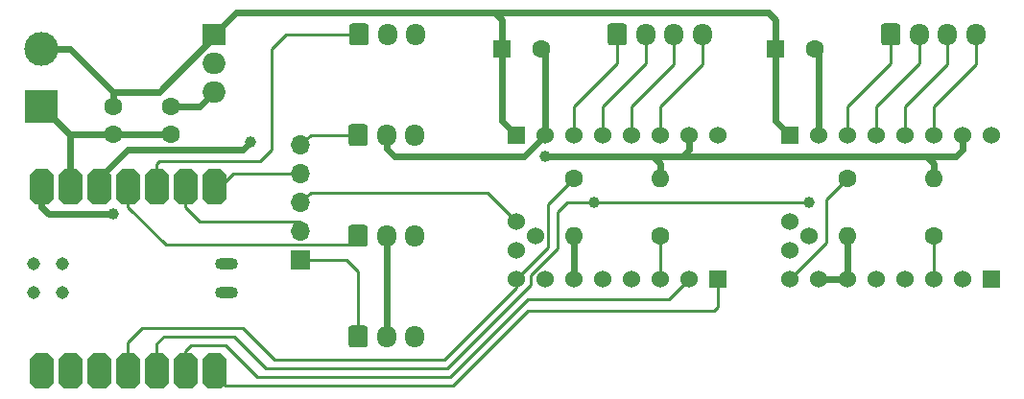
<source format=gtl>
G04 #@! TF.GenerationSoftware,KiCad,Pcbnew,(5.1.9)-1*
G04 #@! TF.CreationDate,2021-06-01T17:53:28+02:00*
G04 #@! TF.ProjectId,ercf-ez-board,65726366-2d65-47a2-9d62-6f6172642e6b,rev?*
G04 #@! TF.SameCoordinates,Original*
G04 #@! TF.FileFunction,Copper,L1,Top*
G04 #@! TF.FilePolarity,Positive*
%FSLAX46Y46*%
G04 Gerber Fmt 4.6, Leading zero omitted, Abs format (unit mm)*
G04 Created by KiCad (PCBNEW (5.1.9)-1) date 2021-06-01 17:53:28*
%MOMM*%
%LPD*%
G01*
G04 APERTURE LIST*
G04 #@! TA.AperFunction,ComponentPad*
%ADD10C,0.100000*%
G04 #@! TD*
G04 #@! TA.AperFunction,SMDPad,CuDef*
%ADD11C,1.143000*%
G04 #@! TD*
G04 #@! TA.AperFunction,SMDPad,CuDef*
%ADD12O,2.032000X1.016000*%
G04 #@! TD*
G04 #@! TA.AperFunction,ComponentPad*
%ADD13O,1.700000X1.700000*%
G04 #@! TD*
G04 #@! TA.AperFunction,ComponentPad*
%ADD14R,1.700000X1.700000*%
G04 #@! TD*
G04 #@! TA.AperFunction,ComponentPad*
%ADD15C,3.000000*%
G04 #@! TD*
G04 #@! TA.AperFunction,ComponentPad*
%ADD16R,3.000000X3.000000*%
G04 #@! TD*
G04 #@! TA.AperFunction,ComponentPad*
%ADD17R,1.524000X1.524000*%
G04 #@! TD*
G04 #@! TA.AperFunction,ComponentPad*
%ADD18C,1.524000*%
G04 #@! TD*
G04 #@! TA.AperFunction,ComponentPad*
%ADD19O,1.700000X1.950000*%
G04 #@! TD*
G04 #@! TA.AperFunction,ComponentPad*
%ADD20C,1.600000*%
G04 #@! TD*
G04 #@! TA.AperFunction,ComponentPad*
%ADD21O,2.000000X1.905000*%
G04 #@! TD*
G04 #@! TA.AperFunction,ComponentPad*
%ADD22R,2.000000X1.905000*%
G04 #@! TD*
G04 #@! TA.AperFunction,ComponentPad*
%ADD23O,1.600000X1.600000*%
G04 #@! TD*
G04 #@! TA.AperFunction,ComponentPad*
%ADD24R,1.600000X1.600000*%
G04 #@! TD*
G04 #@! TA.AperFunction,ViaPad*
%ADD25C,1.000000*%
G04 #@! TD*
G04 #@! TA.AperFunction,Conductor*
%ADD26C,0.600000*%
G04 #@! TD*
G04 #@! TA.AperFunction,Conductor*
%ADD27C,0.250000*%
G04 #@! TD*
G04 APERTURE END LIST*
G04 #@! TA.AperFunction,ComponentPad*
D10*
G36*
X80214961Y-124196245D02*
G01*
X80217806Y-124186866D01*
X80222427Y-124178221D01*
X80228645Y-124170645D01*
X80736645Y-123662645D01*
X80744221Y-123656427D01*
X80752866Y-123651806D01*
X80762245Y-123648961D01*
X80772000Y-123648000D01*
X81788000Y-123648000D01*
X81797755Y-123648961D01*
X81807134Y-123651806D01*
X81815779Y-123656427D01*
X81823355Y-123662645D01*
X82331355Y-124170645D01*
X82337573Y-124178221D01*
X82342194Y-124186866D01*
X82345039Y-124196245D01*
X82346000Y-124206000D01*
X82346000Y-126238000D01*
X82345039Y-126247755D01*
X82342194Y-126257134D01*
X82337573Y-126265779D01*
X82331355Y-126273355D01*
X81823355Y-126781355D01*
X81815779Y-126787573D01*
X81807134Y-126792194D01*
X81797755Y-126795039D01*
X81788000Y-126796000D01*
X80772000Y-126796000D01*
X80762245Y-126795039D01*
X80752866Y-126792194D01*
X80744221Y-126787573D01*
X80736645Y-126781355D01*
X80228645Y-126273355D01*
X80222427Y-126265779D01*
X80217806Y-126257134D01*
X80214961Y-126247755D01*
X80214000Y-126238000D01*
X80214000Y-124206000D01*
X80214961Y-124196245D01*
G37*
G04 #@! TD.AperFunction*
G04 #@! TA.AperFunction,ComponentPad*
G36*
X85294961Y-124196245D02*
G01*
X85297806Y-124186866D01*
X85302427Y-124178221D01*
X85308645Y-124170645D01*
X85816645Y-123662645D01*
X85824221Y-123656427D01*
X85832866Y-123651806D01*
X85842245Y-123648961D01*
X85852000Y-123648000D01*
X86868000Y-123648000D01*
X86877755Y-123648961D01*
X86887134Y-123651806D01*
X86895779Y-123656427D01*
X86903355Y-123662645D01*
X87411355Y-124170645D01*
X87417573Y-124178221D01*
X87422194Y-124186866D01*
X87425039Y-124196245D01*
X87426000Y-124206000D01*
X87426000Y-126238000D01*
X87425039Y-126247755D01*
X87422194Y-126257134D01*
X87417573Y-126265779D01*
X87411355Y-126273355D01*
X86903355Y-126781355D01*
X86895779Y-126787573D01*
X86887134Y-126792194D01*
X86877755Y-126795039D01*
X86868000Y-126796000D01*
X85852000Y-126796000D01*
X85842245Y-126795039D01*
X85832866Y-126792194D01*
X85824221Y-126787573D01*
X85816645Y-126781355D01*
X85308645Y-126273355D01*
X85302427Y-126265779D01*
X85297806Y-126257134D01*
X85294961Y-126247755D01*
X85294000Y-126238000D01*
X85294000Y-124206000D01*
X85294961Y-124196245D01*
G37*
G04 #@! TD.AperFunction*
G04 #@! TA.AperFunction,ComponentPad*
G36*
X82754961Y-124196245D02*
G01*
X82757806Y-124186866D01*
X82762427Y-124178221D01*
X82768645Y-124170645D01*
X83276645Y-123662645D01*
X83284221Y-123656427D01*
X83292866Y-123651806D01*
X83302245Y-123648961D01*
X83312000Y-123648000D01*
X84328000Y-123648000D01*
X84337755Y-123648961D01*
X84347134Y-123651806D01*
X84355779Y-123656427D01*
X84363355Y-123662645D01*
X84871355Y-124170645D01*
X84877573Y-124178221D01*
X84882194Y-124186866D01*
X84885039Y-124196245D01*
X84886000Y-124206000D01*
X84886000Y-126238000D01*
X84885039Y-126247755D01*
X84882194Y-126257134D01*
X84877573Y-126265779D01*
X84871355Y-126273355D01*
X84363355Y-126781355D01*
X84355779Y-126787573D01*
X84347134Y-126792194D01*
X84337755Y-126795039D01*
X84328000Y-126796000D01*
X83312000Y-126796000D01*
X83302245Y-126795039D01*
X83292866Y-126792194D01*
X83284221Y-126787573D01*
X83276645Y-126781355D01*
X82768645Y-126273355D01*
X82762427Y-126265779D01*
X82757806Y-126257134D01*
X82754961Y-126247755D01*
X82754000Y-126238000D01*
X82754000Y-124206000D01*
X82754961Y-124196245D01*
G37*
G04 #@! TD.AperFunction*
G04 #@! TA.AperFunction,ComponentPad*
G36*
X87834961Y-124196245D02*
G01*
X87837806Y-124186866D01*
X87842427Y-124178221D01*
X87848645Y-124170645D01*
X88356645Y-123662645D01*
X88364221Y-123656427D01*
X88372866Y-123651806D01*
X88382245Y-123648961D01*
X88392000Y-123648000D01*
X89408000Y-123648000D01*
X89417755Y-123648961D01*
X89427134Y-123651806D01*
X89435779Y-123656427D01*
X89443355Y-123662645D01*
X89951355Y-124170645D01*
X89957573Y-124178221D01*
X89962194Y-124186866D01*
X89965039Y-124196245D01*
X89966000Y-124206000D01*
X89966000Y-126238000D01*
X89965039Y-126247755D01*
X89962194Y-126257134D01*
X89957573Y-126265779D01*
X89951355Y-126273355D01*
X89443355Y-126781355D01*
X89435779Y-126787573D01*
X89427134Y-126792194D01*
X89417755Y-126795039D01*
X89408000Y-126796000D01*
X88392000Y-126796000D01*
X88382245Y-126795039D01*
X88372866Y-126792194D01*
X88364221Y-126787573D01*
X88356645Y-126781355D01*
X87848645Y-126273355D01*
X87842427Y-126265779D01*
X87837806Y-126257134D01*
X87834961Y-126247755D01*
X87834000Y-126238000D01*
X87834000Y-124206000D01*
X87834961Y-124196245D01*
G37*
G04 #@! TD.AperFunction*
G04 #@! TA.AperFunction,ComponentPad*
G36*
X95454961Y-124196245D02*
G01*
X95457806Y-124186866D01*
X95462427Y-124178221D01*
X95468645Y-124170645D01*
X95976645Y-123662645D01*
X95984221Y-123656427D01*
X95992866Y-123651806D01*
X96002245Y-123648961D01*
X96012000Y-123648000D01*
X97028000Y-123648000D01*
X97037755Y-123648961D01*
X97047134Y-123651806D01*
X97055779Y-123656427D01*
X97063355Y-123662645D01*
X97571355Y-124170645D01*
X97577573Y-124178221D01*
X97582194Y-124186866D01*
X97585039Y-124196245D01*
X97586000Y-124206000D01*
X97586000Y-126238000D01*
X97585039Y-126247755D01*
X97582194Y-126257134D01*
X97577573Y-126265779D01*
X97571355Y-126273355D01*
X97063355Y-126781355D01*
X97055779Y-126787573D01*
X97047134Y-126792194D01*
X97037755Y-126795039D01*
X97028000Y-126796000D01*
X96012000Y-126796000D01*
X96002245Y-126795039D01*
X95992866Y-126792194D01*
X95984221Y-126787573D01*
X95976645Y-126781355D01*
X95468645Y-126273355D01*
X95462427Y-126265779D01*
X95457806Y-126257134D01*
X95454961Y-126247755D01*
X95454000Y-126238000D01*
X95454000Y-124206000D01*
X95454961Y-124196245D01*
G37*
G04 #@! TD.AperFunction*
G04 #@! TA.AperFunction,ComponentPad*
G36*
X92914961Y-124196245D02*
G01*
X92917806Y-124186866D01*
X92922427Y-124178221D01*
X92928645Y-124170645D01*
X93436645Y-123662645D01*
X93444221Y-123656427D01*
X93452866Y-123651806D01*
X93462245Y-123648961D01*
X93472000Y-123648000D01*
X94488000Y-123648000D01*
X94497755Y-123648961D01*
X94507134Y-123651806D01*
X94515779Y-123656427D01*
X94523355Y-123662645D01*
X95031355Y-124170645D01*
X95037573Y-124178221D01*
X95042194Y-124186866D01*
X95045039Y-124196245D01*
X95046000Y-124206000D01*
X95046000Y-126238000D01*
X95045039Y-126247755D01*
X95042194Y-126257134D01*
X95037573Y-126265779D01*
X95031355Y-126273355D01*
X94523355Y-126781355D01*
X94515779Y-126787573D01*
X94507134Y-126792194D01*
X94497755Y-126795039D01*
X94488000Y-126796000D01*
X93472000Y-126796000D01*
X93462245Y-126795039D01*
X93452866Y-126792194D01*
X93444221Y-126787573D01*
X93436645Y-126781355D01*
X92928645Y-126273355D01*
X92922427Y-126265779D01*
X92917806Y-126257134D01*
X92914961Y-126247755D01*
X92914000Y-126238000D01*
X92914000Y-124206000D01*
X92914961Y-124196245D01*
G37*
G04 #@! TD.AperFunction*
G04 #@! TA.AperFunction,ComponentPad*
G36*
X90374961Y-124196245D02*
G01*
X90377806Y-124186866D01*
X90382427Y-124178221D01*
X90388645Y-124170645D01*
X90896645Y-123662645D01*
X90904221Y-123656427D01*
X90912866Y-123651806D01*
X90922245Y-123648961D01*
X90932000Y-123648000D01*
X91948000Y-123648000D01*
X91957755Y-123648961D01*
X91967134Y-123651806D01*
X91975779Y-123656427D01*
X91983355Y-123662645D01*
X92491355Y-124170645D01*
X92497573Y-124178221D01*
X92502194Y-124186866D01*
X92505039Y-124196245D01*
X92506000Y-124206000D01*
X92506000Y-126238000D01*
X92505039Y-126247755D01*
X92502194Y-126257134D01*
X92497573Y-126265779D01*
X92491355Y-126273355D01*
X91983355Y-126781355D01*
X91975779Y-126787573D01*
X91967134Y-126792194D01*
X91957755Y-126795039D01*
X91948000Y-126796000D01*
X90932000Y-126796000D01*
X90922245Y-126795039D01*
X90912866Y-126792194D01*
X90904221Y-126787573D01*
X90896645Y-126781355D01*
X90388645Y-126273355D01*
X90382427Y-126265779D01*
X90377806Y-126257134D01*
X90374961Y-126247755D01*
X90374000Y-126238000D01*
X90374000Y-124206000D01*
X90374961Y-124196245D01*
G37*
G04 #@! TD.AperFunction*
G04 #@! TA.AperFunction,ComponentPad*
G36*
X95454961Y-140452245D02*
G01*
X95457806Y-140442866D01*
X95462427Y-140434221D01*
X95468645Y-140426645D01*
X95976645Y-139918645D01*
X95984221Y-139912427D01*
X95992866Y-139907806D01*
X96002245Y-139904961D01*
X96012000Y-139904000D01*
X97028000Y-139904000D01*
X97037755Y-139904961D01*
X97047134Y-139907806D01*
X97055779Y-139912427D01*
X97063355Y-139918645D01*
X97571355Y-140426645D01*
X97577573Y-140434221D01*
X97582194Y-140442866D01*
X97585039Y-140452245D01*
X97586000Y-140462000D01*
X97586000Y-142494000D01*
X97585039Y-142503755D01*
X97582194Y-142513134D01*
X97577573Y-142521779D01*
X97571355Y-142529355D01*
X97063355Y-143037355D01*
X97055779Y-143043573D01*
X97047134Y-143048194D01*
X97037755Y-143051039D01*
X97028000Y-143052000D01*
X96012000Y-143052000D01*
X96002245Y-143051039D01*
X95992866Y-143048194D01*
X95984221Y-143043573D01*
X95976645Y-143037355D01*
X95468645Y-142529355D01*
X95462427Y-142521779D01*
X95457806Y-142513134D01*
X95454961Y-142503755D01*
X95454000Y-142494000D01*
X95454000Y-140462000D01*
X95454961Y-140452245D01*
G37*
G04 #@! TD.AperFunction*
G04 #@! TA.AperFunction,ComponentPad*
G36*
X92914961Y-140452245D02*
G01*
X92917806Y-140442866D01*
X92922427Y-140434221D01*
X92928645Y-140426645D01*
X93436645Y-139918645D01*
X93444221Y-139912427D01*
X93452866Y-139907806D01*
X93462245Y-139904961D01*
X93472000Y-139904000D01*
X94488000Y-139904000D01*
X94497755Y-139904961D01*
X94507134Y-139907806D01*
X94515779Y-139912427D01*
X94523355Y-139918645D01*
X95031355Y-140426645D01*
X95037573Y-140434221D01*
X95042194Y-140442866D01*
X95045039Y-140452245D01*
X95046000Y-140462000D01*
X95046000Y-142494000D01*
X95045039Y-142503755D01*
X95042194Y-142513134D01*
X95037573Y-142521779D01*
X95031355Y-142529355D01*
X94523355Y-143037355D01*
X94515779Y-143043573D01*
X94507134Y-143048194D01*
X94497755Y-143051039D01*
X94488000Y-143052000D01*
X93472000Y-143052000D01*
X93462245Y-143051039D01*
X93452866Y-143048194D01*
X93444221Y-143043573D01*
X93436645Y-143037355D01*
X92928645Y-142529355D01*
X92922427Y-142521779D01*
X92917806Y-142513134D01*
X92914961Y-142503755D01*
X92914000Y-142494000D01*
X92914000Y-140462000D01*
X92914961Y-140452245D01*
G37*
G04 #@! TD.AperFunction*
G04 #@! TA.AperFunction,ComponentPad*
G36*
X90374961Y-140452245D02*
G01*
X90377806Y-140442866D01*
X90382427Y-140434221D01*
X90388645Y-140426645D01*
X90896645Y-139918645D01*
X90904221Y-139912427D01*
X90912866Y-139907806D01*
X90922245Y-139904961D01*
X90932000Y-139904000D01*
X91948000Y-139904000D01*
X91957755Y-139904961D01*
X91967134Y-139907806D01*
X91975779Y-139912427D01*
X91983355Y-139918645D01*
X92491355Y-140426645D01*
X92497573Y-140434221D01*
X92502194Y-140442866D01*
X92505039Y-140452245D01*
X92506000Y-140462000D01*
X92506000Y-142494000D01*
X92505039Y-142503755D01*
X92502194Y-142513134D01*
X92497573Y-142521779D01*
X92491355Y-142529355D01*
X91983355Y-143037355D01*
X91975779Y-143043573D01*
X91967134Y-143048194D01*
X91957755Y-143051039D01*
X91948000Y-143052000D01*
X90932000Y-143052000D01*
X90922245Y-143051039D01*
X90912866Y-143048194D01*
X90904221Y-143043573D01*
X90896645Y-143037355D01*
X90388645Y-142529355D01*
X90382427Y-142521779D01*
X90377806Y-142513134D01*
X90374961Y-142503755D01*
X90374000Y-142494000D01*
X90374000Y-140462000D01*
X90374961Y-140452245D01*
G37*
G04 #@! TD.AperFunction*
G04 #@! TA.AperFunction,ComponentPad*
G36*
X80214961Y-140452245D02*
G01*
X80217806Y-140442866D01*
X80222427Y-140434221D01*
X80228645Y-140426645D01*
X80736645Y-139918645D01*
X80744221Y-139912427D01*
X80752866Y-139907806D01*
X80762245Y-139904961D01*
X80772000Y-139904000D01*
X81788000Y-139904000D01*
X81797755Y-139904961D01*
X81807134Y-139907806D01*
X81815779Y-139912427D01*
X81823355Y-139918645D01*
X82331355Y-140426645D01*
X82337573Y-140434221D01*
X82342194Y-140442866D01*
X82345039Y-140452245D01*
X82346000Y-140462000D01*
X82346000Y-142494000D01*
X82345039Y-142503755D01*
X82342194Y-142513134D01*
X82337573Y-142521779D01*
X82331355Y-142529355D01*
X81823355Y-143037355D01*
X81815779Y-143043573D01*
X81807134Y-143048194D01*
X81797755Y-143051039D01*
X81788000Y-143052000D01*
X80772000Y-143052000D01*
X80762245Y-143051039D01*
X80752866Y-143048194D01*
X80744221Y-143043573D01*
X80736645Y-143037355D01*
X80228645Y-142529355D01*
X80222427Y-142521779D01*
X80217806Y-142513134D01*
X80214961Y-142503755D01*
X80214000Y-142494000D01*
X80214000Y-140462000D01*
X80214961Y-140452245D01*
G37*
G04 #@! TD.AperFunction*
G04 #@! TA.AperFunction,ComponentPad*
G36*
X82754961Y-140452245D02*
G01*
X82757806Y-140442866D01*
X82762427Y-140434221D01*
X82768645Y-140426645D01*
X83276645Y-139918645D01*
X83284221Y-139912427D01*
X83292866Y-139907806D01*
X83302245Y-139904961D01*
X83312000Y-139904000D01*
X84328000Y-139904000D01*
X84337755Y-139904961D01*
X84347134Y-139907806D01*
X84355779Y-139912427D01*
X84363355Y-139918645D01*
X84871355Y-140426645D01*
X84877573Y-140434221D01*
X84882194Y-140442866D01*
X84885039Y-140452245D01*
X84886000Y-140462000D01*
X84886000Y-142494000D01*
X84885039Y-142503755D01*
X84882194Y-142513134D01*
X84877573Y-142521779D01*
X84871355Y-142529355D01*
X84363355Y-143037355D01*
X84355779Y-143043573D01*
X84347134Y-143048194D01*
X84337755Y-143051039D01*
X84328000Y-143052000D01*
X83312000Y-143052000D01*
X83302245Y-143051039D01*
X83292866Y-143048194D01*
X83284221Y-143043573D01*
X83276645Y-143037355D01*
X82768645Y-142529355D01*
X82762427Y-142521779D01*
X82757806Y-142513134D01*
X82754961Y-142503755D01*
X82754000Y-142494000D01*
X82754000Y-140462000D01*
X82754961Y-140452245D01*
G37*
G04 #@! TD.AperFunction*
G04 #@! TA.AperFunction,ComponentPad*
G36*
X85294961Y-140452245D02*
G01*
X85297806Y-140442866D01*
X85302427Y-140434221D01*
X85308645Y-140426645D01*
X85816645Y-139918645D01*
X85824221Y-139912427D01*
X85832866Y-139907806D01*
X85842245Y-139904961D01*
X85852000Y-139904000D01*
X86868000Y-139904000D01*
X86877755Y-139904961D01*
X86887134Y-139907806D01*
X86895779Y-139912427D01*
X86903355Y-139918645D01*
X87411355Y-140426645D01*
X87417573Y-140434221D01*
X87422194Y-140442866D01*
X87425039Y-140452245D01*
X87426000Y-140462000D01*
X87426000Y-142494000D01*
X87425039Y-142503755D01*
X87422194Y-142513134D01*
X87417573Y-142521779D01*
X87411355Y-142529355D01*
X86903355Y-143037355D01*
X86895779Y-143043573D01*
X86887134Y-143048194D01*
X86877755Y-143051039D01*
X86868000Y-143052000D01*
X85852000Y-143052000D01*
X85842245Y-143051039D01*
X85832866Y-143048194D01*
X85824221Y-143043573D01*
X85816645Y-143037355D01*
X85308645Y-142529355D01*
X85302427Y-142521779D01*
X85297806Y-142513134D01*
X85294961Y-142503755D01*
X85294000Y-142494000D01*
X85294000Y-140462000D01*
X85294961Y-140452245D01*
G37*
G04 #@! TD.AperFunction*
G04 #@! TA.AperFunction,ComponentPad*
G36*
X87834961Y-140452245D02*
G01*
X87837806Y-140442866D01*
X87842427Y-140434221D01*
X87848645Y-140426645D01*
X88356645Y-139918645D01*
X88364221Y-139912427D01*
X88372866Y-139907806D01*
X88382245Y-139904961D01*
X88392000Y-139904000D01*
X89408000Y-139904000D01*
X89417755Y-139904961D01*
X89427134Y-139907806D01*
X89435779Y-139912427D01*
X89443355Y-139918645D01*
X89951355Y-140426645D01*
X89957573Y-140434221D01*
X89962194Y-140442866D01*
X89965039Y-140452245D01*
X89966000Y-140462000D01*
X89966000Y-142494000D01*
X89965039Y-142503755D01*
X89962194Y-142513134D01*
X89957573Y-142521779D01*
X89951355Y-142529355D01*
X89443355Y-143037355D01*
X89435779Y-143043573D01*
X89427134Y-143048194D01*
X89417755Y-143051039D01*
X89408000Y-143052000D01*
X88392000Y-143052000D01*
X88382245Y-143051039D01*
X88372866Y-143048194D01*
X88364221Y-143043573D01*
X88356645Y-143037355D01*
X87848645Y-142529355D01*
X87842427Y-142521779D01*
X87837806Y-142513134D01*
X87834961Y-142503755D01*
X87834000Y-142494000D01*
X87834000Y-140462000D01*
X87834961Y-140452245D01*
G37*
G04 #@! TD.AperFunction*
D11*
X83133633Y-132026597D03*
X83133633Y-134566597D03*
X80593633Y-132026597D03*
X80593633Y-134566597D03*
D12*
X97597820Y-132015400D03*
X97597820Y-134565400D03*
D13*
X104140000Y-121539000D03*
X104140000Y-124079000D03*
X104140000Y-126619000D03*
X104140000Y-129159000D03*
D14*
X104140000Y-131699000D03*
D15*
X81280000Y-113030000D03*
D16*
X81280000Y-118110000D03*
D17*
X140970000Y-133350000D03*
D18*
X138430000Y-133350000D03*
X135890000Y-133350000D03*
X133350000Y-133350000D03*
X130810000Y-133350000D03*
X128270000Y-133350000D03*
X125730000Y-133350000D03*
X123190000Y-133350000D03*
D17*
X123190000Y-120650000D03*
D18*
X125730000Y-120650000D03*
X128270000Y-120650000D03*
X130810000Y-120650000D03*
X133350000Y-120650000D03*
X135890000Y-120650000D03*
X138430000Y-120650000D03*
X140970000Y-120650000D03*
X123190000Y-130810000D03*
X123190000Y-128270000D03*
X124841000Y-129540000D03*
D17*
X165100000Y-133350000D03*
D18*
X162560000Y-133350000D03*
X160020000Y-133350000D03*
X157480000Y-133350000D03*
X154940000Y-133350000D03*
X152400000Y-133350000D03*
X149860000Y-133350000D03*
X147320000Y-133350000D03*
D17*
X147320000Y-120650000D03*
D18*
X149860000Y-120650000D03*
X152400000Y-120650000D03*
X154940000Y-120650000D03*
X157480000Y-120650000D03*
X160020000Y-120650000D03*
X162560000Y-120650000D03*
X165100000Y-120650000D03*
X147320000Y-130810000D03*
X147320000Y-128270000D03*
X148971000Y-129540000D03*
D19*
X114220000Y-129540000D03*
X111720000Y-129540000D03*
G04 #@! TA.AperFunction,ComponentPad*
G36*
G01*
X108370000Y-130265000D02*
X108370000Y-128815000D01*
G75*
G02*
X108620000Y-128565000I250000J0D01*
G01*
X109820000Y-128565000D01*
G75*
G02*
X110070000Y-128815000I0J-250000D01*
G01*
X110070000Y-130265000D01*
G75*
G02*
X109820000Y-130515000I-250000J0D01*
G01*
X108620000Y-130515000D01*
G75*
G02*
X108370000Y-130265000I0J250000D01*
G01*
G37*
G04 #@! TD.AperFunction*
D20*
X92710000Y-120610000D03*
X92710000Y-118110000D03*
D21*
X96520000Y-116840000D03*
X96520000Y-114300000D03*
D22*
X96520000Y-111760000D03*
D23*
X135890000Y-124460000D03*
D20*
X128270000Y-124460000D03*
D23*
X160020000Y-124460000D03*
D20*
X152400000Y-124460000D03*
D23*
X128270000Y-129540000D03*
D20*
X135890000Y-129540000D03*
D23*
X152400000Y-129540000D03*
D20*
X160020000Y-129540000D03*
G04 #@! TA.AperFunction,ComponentPad*
G36*
G01*
X131230000Y-112485000D02*
X131230000Y-111035000D01*
G75*
G02*
X131480000Y-110785000I250000J0D01*
G01*
X132680000Y-110785000D01*
G75*
G02*
X132930000Y-111035000I0J-250000D01*
G01*
X132930000Y-112485000D01*
G75*
G02*
X132680000Y-112735000I-250000J0D01*
G01*
X131480000Y-112735000D01*
G75*
G02*
X131230000Y-112485000I0J250000D01*
G01*
G37*
G04 #@! TD.AperFunction*
D19*
X134580000Y-111760000D03*
X137080000Y-111760000D03*
X139580000Y-111760000D03*
X163710000Y-111760000D03*
X161210000Y-111760000D03*
X158710000Y-111760000D03*
G04 #@! TA.AperFunction,ComponentPad*
G36*
G01*
X155360000Y-112485000D02*
X155360000Y-111035000D01*
G75*
G02*
X155610000Y-110785000I250000J0D01*
G01*
X156810000Y-110785000D01*
G75*
G02*
X157060000Y-111035000I0J-250000D01*
G01*
X157060000Y-112485000D01*
G75*
G02*
X156810000Y-112735000I-250000J0D01*
G01*
X155610000Y-112735000D01*
G75*
G02*
X155360000Y-112485000I0J250000D01*
G01*
G37*
G04 #@! TD.AperFunction*
X114220000Y-120650000D03*
X111720000Y-120650000D03*
G04 #@! TA.AperFunction,ComponentPad*
G36*
G01*
X108370000Y-121375000D02*
X108370000Y-119925000D01*
G75*
G02*
X108620000Y-119675000I250000J0D01*
G01*
X109820000Y-119675000D01*
G75*
G02*
X110070000Y-119925000I0J-250000D01*
G01*
X110070000Y-121375000D01*
G75*
G02*
X109820000Y-121625000I-250000J0D01*
G01*
X108620000Y-121625000D01*
G75*
G02*
X108370000Y-121375000I0J250000D01*
G01*
G37*
G04 #@! TD.AperFunction*
X114220000Y-138430000D03*
X111720000Y-138430000D03*
G04 #@! TA.AperFunction,ComponentPad*
G36*
G01*
X108370000Y-139155000D02*
X108370000Y-137705000D01*
G75*
G02*
X108620000Y-137455000I250000J0D01*
G01*
X109820000Y-137455000D01*
G75*
G02*
X110070000Y-137705000I0J-250000D01*
G01*
X110070000Y-139155000D01*
G75*
G02*
X109820000Y-139405000I-250000J0D01*
G01*
X108620000Y-139405000D01*
G75*
G02*
X108370000Y-139155000I0J250000D01*
G01*
G37*
G04 #@! TD.AperFunction*
X114300000Y-111760000D03*
X111800000Y-111760000D03*
G04 #@! TA.AperFunction,ComponentPad*
G36*
G01*
X108450000Y-112485000D02*
X108450000Y-111035000D01*
G75*
G02*
X108700000Y-110785000I250000J0D01*
G01*
X109900000Y-110785000D01*
G75*
G02*
X110150000Y-111035000I0J-250000D01*
G01*
X110150000Y-112485000D01*
G75*
G02*
X109900000Y-112735000I-250000J0D01*
G01*
X108700000Y-112735000D01*
G75*
G02*
X108450000Y-112485000I0J250000D01*
G01*
G37*
G04 #@! TD.AperFunction*
D20*
X125420000Y-113030000D03*
D24*
X121920000Y-113030000D03*
D20*
X149550000Y-113030000D03*
D24*
X146050000Y-113030000D03*
D20*
X87630000Y-120610000D03*
X87630000Y-118110000D03*
D25*
X87630000Y-127635000D03*
X99695000Y-121285000D03*
X125730000Y-122555000D03*
X149042001Y-126619000D03*
X130047990Y-126619000D03*
D26*
X81280000Y-113030000D02*
X83820000Y-113030000D01*
X87630000Y-116840000D02*
X87630000Y-118110000D01*
X83820000Y-113030000D02*
X87630000Y-116840000D01*
X121920000Y-119380000D02*
X123190000Y-120650000D01*
X121920000Y-113030000D02*
X121920000Y-119380000D01*
X146050000Y-119380000D02*
X147320000Y-120650000D01*
X146050000Y-113030000D02*
X146050000Y-119380000D01*
X146050000Y-110490000D02*
X146050000Y-113030000D01*
X121920000Y-110490000D02*
X121920000Y-113030000D01*
X87660001Y-116809999D02*
X87630000Y-116840000D01*
X121285000Y-109855000D02*
X121920000Y-110490000D01*
X99695000Y-109855000D02*
X121285000Y-109855000D01*
X145415000Y-109855000D02*
X146050000Y-110490000D01*
X121285000Y-109855000D02*
X145415000Y-109855000D01*
X99695000Y-109855000D02*
X98425000Y-109855000D01*
X96520000Y-111760000D02*
X98425000Y-109855000D01*
X91663999Y-116809999D02*
X87660001Y-116809999D01*
X96520000Y-111760000D02*
X96520000Y-111953998D01*
X96520000Y-111953998D02*
X91663999Y-116809999D01*
X83780000Y-120610000D02*
X81280000Y-118110000D01*
X87630000Y-120610000D02*
X83780000Y-120610000D01*
X87630000Y-120610000D02*
X92710000Y-120610000D01*
X125730000Y-113340000D02*
X125420000Y-113030000D01*
X125730000Y-120650000D02*
X125730000Y-113340000D01*
X152400000Y-129540000D02*
X152400000Y-133350000D01*
X128270000Y-129540000D02*
X128270000Y-133350000D01*
X149860000Y-133350000D02*
X152400000Y-133350000D01*
X111720000Y-129540000D02*
X111720000Y-138430000D01*
X125730000Y-120650000D02*
X123825000Y-122555000D01*
X123825000Y-122555000D02*
X112395000Y-122555000D01*
X111720000Y-121880000D02*
X112395000Y-122555000D01*
X111720000Y-120650000D02*
X111720000Y-121880000D01*
X83820000Y-120650000D02*
X81280000Y-118110000D01*
X83820000Y-125730000D02*
X83820000Y-120650000D01*
X149860000Y-113340000D02*
X149550000Y-113030000D01*
X149860000Y-120650000D02*
X149860000Y-113340000D01*
X95250000Y-118110000D02*
X96520000Y-116840000D01*
X92710000Y-118110000D02*
X95250000Y-118110000D01*
D27*
X109220000Y-132715000D02*
X109220000Y-138430000D01*
X108204000Y-131699000D02*
X109220000Y-132715000D01*
X104140000Y-131699000D02*
X108204000Y-131699000D01*
X105029000Y-120650000D02*
X104140000Y-121539000D01*
X109220000Y-120650000D02*
X105029000Y-120650000D01*
D26*
X81280000Y-125730000D02*
X81280000Y-127000000D01*
X81280000Y-127000000D02*
X81915000Y-127635000D01*
X81915000Y-127635000D02*
X87630000Y-127635000D01*
D27*
X109220000Y-129540000D02*
X108585000Y-129540000D01*
X108425999Y-130334001D02*
X92234001Y-130334001D01*
X109220000Y-129540000D02*
X108839000Y-129540000D01*
X92234001Y-130334001D02*
X88900000Y-127000000D01*
X88900000Y-127000000D02*
X88900000Y-125730000D01*
X109220000Y-129540000D02*
X108425999Y-130334001D01*
X102870000Y-111760000D02*
X109300000Y-111760000D01*
X101600000Y-113030000D02*
X102870000Y-111760000D01*
X101600000Y-121920000D02*
X101600000Y-113030000D01*
X91440000Y-125730000D02*
X91440000Y-123190000D01*
X100584000Y-122936000D02*
X91694000Y-122936000D01*
X101600000Y-121920000D02*
X100584000Y-122936000D01*
X91440000Y-123190000D02*
X91694000Y-122936000D01*
X93980000Y-125730000D02*
X93980000Y-127000000D01*
X93980000Y-127000000D02*
X95250000Y-128270000D01*
X95250000Y-128270000D02*
X104140000Y-128270000D01*
X96520000Y-125730000D02*
X96520000Y-123825000D01*
X98171000Y-124079000D02*
X96520000Y-125730000D01*
X104140000Y-124079000D02*
X98171000Y-124079000D01*
D26*
X162560000Y-120650000D02*
X162560000Y-121920000D01*
X162560000Y-121920000D02*
X161925000Y-122555000D01*
X138430000Y-121920000D02*
X137795000Y-122555000D01*
X138430000Y-120650000D02*
X138430000Y-121920000D01*
X135890000Y-123190000D02*
X135255000Y-122555000D01*
X135890000Y-124460000D02*
X135890000Y-123190000D01*
X137795000Y-122555000D02*
X135255000Y-122555000D01*
X160020000Y-124460000D02*
X160020000Y-123190000D01*
X160020000Y-123190000D02*
X159385000Y-122555000D01*
X159385000Y-122555000D02*
X137795000Y-122555000D01*
X161925000Y-122555000D02*
X159385000Y-122555000D01*
X99050010Y-121929990D02*
X99695000Y-121285000D01*
X135255000Y-122555000D02*
X125730000Y-122555000D01*
X86360000Y-125730000D02*
X86360000Y-124460000D01*
X88890010Y-121929990D02*
X92065010Y-121929990D01*
X86360000Y-124460000D02*
X88890010Y-121929990D01*
X92065010Y-121929990D02*
X99050010Y-121929990D01*
D27*
X150495000Y-130175000D02*
X150495000Y-126365000D01*
X150495000Y-126365000D02*
X152400000Y-124460000D01*
X147320000Y-133350000D02*
X150495000Y-130175000D01*
X135890000Y-129540000D02*
X135890000Y-133350000D01*
X125984000Y-126746000D02*
X125984000Y-130556000D01*
X128270000Y-124460000D02*
X125984000Y-126746000D01*
X123190000Y-133350000D02*
X125984000Y-130556000D01*
X123190000Y-134112000D02*
X123190000Y-133350000D01*
X116840000Y-140462000D02*
X123190000Y-134112000D01*
X88900000Y-140970000D02*
X88900000Y-138938000D01*
X88900000Y-138938000D02*
X90170000Y-137668000D01*
X90170000Y-137668000D02*
X99060000Y-137668000D01*
X99060000Y-137668000D02*
X101854000Y-140462000D01*
X101854000Y-140462000D02*
X116840000Y-140462000D01*
X149042001Y-126619000D02*
X132588000Y-126619000D01*
X132588000Y-126619000D02*
X130047990Y-126619000D01*
X126815010Y-127438990D02*
X127635000Y-126619000D01*
X124460705Y-133010533D02*
X126815010Y-130656228D01*
X126815010Y-130656228D02*
X126815010Y-127438990D01*
X124460705Y-133857295D02*
X124460705Y-133010533D01*
X117094000Y-141224000D02*
X124460705Y-133857295D01*
X101092000Y-141224000D02*
X117094000Y-141224000D01*
X127635000Y-126619000D02*
X130047990Y-126619000D01*
X98298000Y-138430000D02*
X101092000Y-141224000D01*
X92075000Y-138430000D02*
X98298000Y-138430000D01*
X91440000Y-139065000D02*
X92075000Y-138430000D01*
X91440000Y-140970000D02*
X91440000Y-139065000D01*
X93980000Y-139700000D02*
X93980000Y-140970000D01*
X94488000Y-139192000D02*
X93980000Y-139700000D01*
X97536000Y-139192000D02*
X94488000Y-139192000D01*
X100330000Y-141986000D02*
X97536000Y-139192000D01*
X124206000Y-135128000D02*
X117348000Y-141986000D01*
X136652000Y-135128000D02*
X124206000Y-135128000D01*
X117348000Y-141986000D02*
X100330000Y-141986000D01*
X138430000Y-133350000D02*
X136652000Y-135128000D01*
X97452180Y-141406880D02*
X97452180Y-140672820D01*
X96520000Y-141732000D02*
X96520000Y-140970000D01*
X97536000Y-142748000D02*
X96520000Y-141732000D01*
X117602000Y-142748000D02*
X97536000Y-142748000D01*
X124193570Y-136156430D02*
X117602000Y-142748000D01*
X140601430Y-136156430D02*
X124193570Y-136156430D01*
X140970000Y-135787860D02*
X140601430Y-136156430D01*
X140970000Y-133350000D02*
X140970000Y-135787860D01*
X120650000Y-125730000D02*
X123190000Y-128270000D01*
X104140000Y-126619000D02*
X105029000Y-125730000D01*
X105029000Y-125730000D02*
X105791000Y-125730000D01*
X105791000Y-125730000D02*
X120650000Y-125730000D01*
X163710000Y-111760000D02*
X163710000Y-114420000D01*
X160020000Y-118110000D02*
X160020000Y-120650000D01*
X163710000Y-114420000D02*
X160020000Y-118110000D01*
X161210000Y-111760000D02*
X161210000Y-114380000D01*
X157480000Y-118110000D02*
X157480000Y-120650000D01*
X161210000Y-114380000D02*
X157480000Y-118110000D01*
X158710000Y-111760000D02*
X158710000Y-114340000D01*
X154940000Y-118110000D02*
X154940000Y-120650000D01*
X158710000Y-114340000D02*
X154940000Y-118110000D01*
X156210000Y-111760000D02*
X156210000Y-114300000D01*
X152400000Y-118110000D02*
X152400000Y-120650000D01*
X156210000Y-114300000D02*
X152400000Y-118110000D01*
X132080000Y-111760000D02*
X132080000Y-114300000D01*
X128270000Y-118110000D02*
X128270000Y-120650000D01*
X132080000Y-114300000D02*
X128270000Y-118110000D01*
X134580000Y-111760000D02*
X134580000Y-114340000D01*
X130810000Y-118110000D02*
X130810000Y-120650000D01*
X134580000Y-114340000D02*
X130810000Y-118110000D01*
X137080000Y-111760000D02*
X137080000Y-114380000D01*
X133350000Y-118110000D02*
X133350000Y-120650000D01*
X137080000Y-114380000D02*
X133350000Y-118110000D01*
X139580000Y-111760000D02*
X139580000Y-114420000D01*
X135890000Y-118110000D02*
X135890000Y-120650000D01*
X139580000Y-114420000D02*
X135890000Y-118110000D01*
X160020000Y-129540000D02*
X160020000Y-133350000D01*
M02*

</source>
